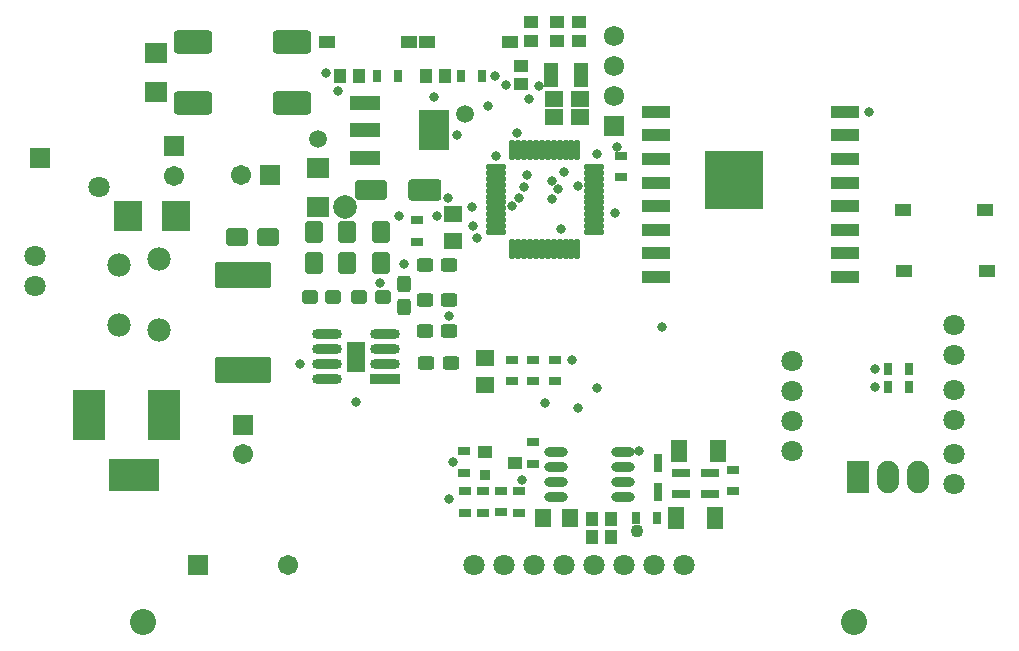
<source format=gts>
G04*
G04 #@! TF.GenerationSoftware,Altium Limited,Altium Designer,23.6.0 (18)*
G04*
G04 Layer_Color=8388736*
%FSLAX44Y44*%
%MOMM*%
G71*
G04*
G04 #@! TF.SameCoordinates,157544A1-0EA0-4F56-A15C-28E52037D784*
G04*
G04*
G04 #@! TF.FilePolarity,Negative*
G04*
G01*
G75*
%ADD36C,2.0000*%
%ADD43R,0.9500X0.9000*%
G04:AMPARAMS|DCode=50|XSize=2.794mm|YSize=1.8mm|CornerRadius=0.225mm|HoleSize=0mm|Usage=FLASHONLY|Rotation=180.000|XOffset=0mm|YOffset=0mm|HoleType=Round|Shape=RoundedRectangle|*
%AMROUNDEDRECTD50*
21,1,2.7940,1.3500,0,0,180.0*
21,1,2.3440,1.8000,0,0,180.0*
1,1,0.4500,-1.1720,0.6750*
1,1,0.4500,1.1720,0.6750*
1,1,0.4500,1.1720,-0.6750*
1,1,0.4500,-1.1720,-0.6750*
%
%ADD50ROUNDEDRECTD50*%
%ADD56C,1.5000*%
G04:AMPARAMS|DCode=59|XSize=0.4832mm|YSize=1.7632mm|CornerRadius=0.1716mm|HoleSize=0mm|Usage=FLASHONLY|Rotation=0.000|XOffset=0mm|YOffset=0mm|HoleType=Round|Shape=RoundedRectangle|*
%AMROUNDEDRECTD59*
21,1,0.4832,1.4200,0,0,0.0*
21,1,0.1400,1.7632,0,0,0.0*
1,1,0.3432,0.0700,-0.7100*
1,1,0.3432,-0.0700,-0.7100*
1,1,0.3432,-0.0700,0.7100*
1,1,0.3432,0.0700,0.7100*
%
%ADD59ROUNDEDRECTD59*%
G04:AMPARAMS|DCode=60|XSize=0.4832mm|YSize=1.7632mm|CornerRadius=0.1716mm|HoleSize=0mm|Usage=FLASHONLY|Rotation=270.000|XOffset=0mm|YOffset=0mm|HoleType=Round|Shape=RoundedRectangle|*
%AMROUNDEDRECTD60*
21,1,0.4832,1.4200,0,0,270.0*
21,1,0.1400,1.7632,0,0,270.0*
1,1,0.3432,-0.7100,-0.0700*
1,1,0.3432,-0.7100,0.0700*
1,1,0.3432,0.7100,0.0700*
1,1,0.3432,0.7100,-0.0700*
%
%ADD60ROUNDEDRECTD60*%
%ADD61R,1.1032X0.8032*%
%ADD62R,2.4032X1.1032*%
%ADD63R,4.9032X4.9032*%
%ADD64R,1.6032X1.4032*%
%ADD65R,0.8032X1.1032*%
%ADD66R,1.1032X1.2032*%
%ADD67R,1.4032X1.0032*%
%ADD68O,2.0032X0.8032*%
G04:AMPARAMS|DCode=69|XSize=1.1032mm|YSize=1.4032mm|CornerRadius=0.2141mm|HoleSize=0mm|Usage=FLASHONLY|Rotation=90.000|XOffset=0mm|YOffset=0mm|HoleType=Round|Shape=RoundedRectangle|*
%AMROUNDEDRECTD69*
21,1,1.1032,0.9750,0,0,90.0*
21,1,0.6750,1.4032,0,0,90.0*
1,1,0.4282,0.4875,0.3375*
1,1,0.4282,0.4875,-0.3375*
1,1,0.4282,-0.4875,-0.3375*
1,1,0.4282,-0.4875,0.3375*
%
%ADD69ROUNDEDRECTD69*%
%ADD70R,2.5531X0.8221*%
G04:AMPARAMS|DCode=71|XSize=2.5531mm|YSize=0.8221mm|CornerRadius=0.4111mm|HoleSize=0mm|Usage=FLASHONLY|Rotation=180.000|XOffset=0mm|YOffset=0mm|HoleType=Round|Shape=RoundedRectangle|*
%AMROUNDEDRECTD71*
21,1,2.5531,0.0000,0,0,180.0*
21,1,1.7310,0.8221,0,0,180.0*
1,1,0.8221,-0.8655,0.0000*
1,1,0.8221,0.8655,0.0000*
1,1,0.8221,0.8655,0.0000*
1,1,0.8221,-0.8655,0.0000*
%
%ADD71ROUNDEDRECTD71*%
%ADD72R,1.5000X2.5000*%
G04:AMPARAMS|DCode=73|XSize=1.5532mm|YSize=1.8232mm|CornerRadius=0.2704mm|HoleSize=0mm|Usage=FLASHONLY|Rotation=90.000|XOffset=0mm|YOffset=0mm|HoleType=Round|Shape=RoundedRectangle|*
%AMROUNDEDRECTD73*
21,1,1.5532,1.2825,0,0,90.0*
21,1,1.0125,1.8232,0,0,90.0*
1,1,0.5407,0.6413,0.5063*
1,1,0.5407,0.6413,-0.5063*
1,1,0.5407,-0.6413,-0.5063*
1,1,0.5407,-0.6413,0.5063*
%
%ADD73ROUNDEDRECTD73*%
%ADD74R,1.2032X2.0032*%
%ADD75R,1.2032X1.1032*%
%ADD76R,1.4732X1.8542*%
%ADD77R,1.1532X1.1032*%
%ADD78R,1.5532X0.7532*%
%ADD79R,0.7532X1.5532*%
%ADD80R,2.4892X2.5032*%
%ADD81R,1.6002X1.4732*%
%ADD82R,1.8542X1.7272*%
G04:AMPARAMS|DCode=83|XSize=1.5532mm|YSize=1.8232mm|CornerRadius=0.2704mm|HoleSize=0mm|Usage=FLASHONLY|Rotation=180.000|XOffset=0mm|YOffset=0mm|HoleType=Round|Shape=RoundedRectangle|*
%AMROUNDEDRECTD83*
21,1,1.5532,1.2825,0,0,180.0*
21,1,1.0125,1.8232,0,0,180.0*
1,1,0.5407,-0.5063,0.6413*
1,1,0.5407,0.5063,0.6413*
1,1,0.5407,0.5063,-0.6413*
1,1,0.5407,-0.5063,-0.6413*
%
%ADD83ROUNDEDRECTD83*%
G04:AMPARAMS|DCode=84|XSize=2.6924mm|YSize=1.6984mm|CornerRadius=0.1742mm|HoleSize=0mm|Usage=FLASHONLY|Rotation=180.000|XOffset=0mm|YOffset=0mm|HoleType=Round|Shape=RoundedRectangle|*
%AMROUNDEDRECTD84*
21,1,2.6924,1.3500,0,0,180.0*
21,1,2.3440,1.6984,0,0,180.0*
1,1,0.3484,-1.1720,0.6750*
1,1,0.3484,1.1720,0.6750*
1,1,0.3484,1.1720,-0.6750*
1,1,0.3484,-1.1720,-0.6750*
%
%ADD84ROUNDEDRECTD84*%
%ADD85R,2.6032X1.2032*%
%ADD86R,2.6032X3.5032*%
G04:AMPARAMS|DCode=87|XSize=2.1968mm|YSize=4.7968mm|CornerRadius=0.1984mm|HoleSize=0mm|Usage=FLASHONLY|Rotation=90.000|XOffset=0mm|YOffset=0mm|HoleType=Round|Shape=RoundedRectangle|*
%AMROUNDEDRECTD87*
21,1,2.1968,4.4000,0,0,90.0*
21,1,1.8000,4.7968,0,0,90.0*
1,1,0.3968,2.2000,0.9000*
1,1,0.3968,2.2000,-0.9000*
1,1,0.3968,-2.2000,-0.9000*
1,1,0.3968,-2.2000,0.9000*
%
%ADD87ROUNDEDRECTD87*%
%ADD88R,1.4732X1.6002*%
G04:AMPARAMS|DCode=89|XSize=1.1032mm|YSize=1.3732mm|CornerRadius=0.2141mm|HoleSize=0mm|Usage=FLASHONLY|Rotation=90.000|XOffset=0mm|YOffset=0mm|HoleType=Round|Shape=RoundedRectangle|*
%AMROUNDEDRECTD89*
21,1,1.1032,0.9450,0,0,90.0*
21,1,0.6750,1.3732,0,0,90.0*
1,1,0.4282,0.4725,0.3375*
1,1,0.4282,0.4725,-0.3375*
1,1,0.4282,-0.4725,-0.3375*
1,1,0.4282,-0.4725,0.3375*
%
%ADD89ROUNDEDRECTD89*%
G04:AMPARAMS|DCode=90|XSize=3.2512mm|YSize=2.0032mm|CornerRadius=0.3266mm|HoleSize=0mm|Usage=FLASHONLY|Rotation=0.000|XOffset=0mm|YOffset=0mm|HoleType=Round|Shape=RoundedRectangle|*
%AMROUNDEDRECTD90*
21,1,3.2512,1.3500,0,0,0.0*
21,1,2.5980,2.0032,0,0,0.0*
1,1,0.6532,1.2990,-0.6750*
1,1,0.6532,-1.2990,-0.6750*
1,1,0.6532,-1.2990,0.6750*
1,1,0.6532,1.2990,0.6750*
%
%ADD90ROUNDEDRECTD90*%
G04:AMPARAMS|DCode=91|XSize=1.1032mm|YSize=1.3732mm|CornerRadius=0.2141mm|HoleSize=0mm|Usage=FLASHONLY|Rotation=180.000|XOffset=0mm|YOffset=0mm|HoleType=Round|Shape=RoundedRectangle|*
%AMROUNDEDRECTD91*
21,1,1.1032,0.9450,0,0,180.0*
21,1,0.6750,1.3732,0,0,180.0*
1,1,0.4282,-0.3375,0.4725*
1,1,0.4282,0.3375,0.4725*
1,1,0.4282,0.3375,-0.4725*
1,1,0.4282,-0.3375,-0.4725*
%
%ADD91ROUNDEDRECTD91*%
%ADD92O,1.8542X2.7432*%
%ADD93R,1.8542X2.7432*%
%ADD94C,1.8000*%
%ADD95C,2.2032*%
%ADD96R,1.7032X1.7032*%
%ADD97C,1.7032*%
%ADD98R,4.2672X2.7432*%
%ADD99R,2.7432X4.2672*%
%ADD100C,1.9812*%
%ADD101R,1.7032X1.7032*%
%ADD102R,1.8000X1.8000*%
%ADD103R,1.7232X1.7232*%
%ADD104C,1.7232*%
%ADD105C,0.8032*%
%ADD106C,1.1032*%
D36*
X294640Y260350D02*
D03*
D43*
X412950Y33680D02*
D03*
D50*
X361696Y274320D02*
D03*
D56*
X396240Y339090D02*
D03*
X271780Y317500D02*
D03*
D59*
X491050Y308500D02*
D03*
X486050D02*
D03*
X481050D02*
D03*
X476050D02*
D03*
X471050D02*
D03*
X466050D02*
D03*
X461050D02*
D03*
X456050D02*
D03*
X451050D02*
D03*
X446050D02*
D03*
X441050D02*
D03*
X436050D02*
D03*
Y224900D02*
D03*
X441050D02*
D03*
X446050D02*
D03*
X451050D02*
D03*
X456050D02*
D03*
X461050D02*
D03*
X466050D02*
D03*
X471050D02*
D03*
X476050D02*
D03*
X481050D02*
D03*
X486050D02*
D03*
X491050D02*
D03*
D60*
X421750Y294200D02*
D03*
Y289200D02*
D03*
Y284200D02*
D03*
Y279200D02*
D03*
Y274200D02*
D03*
Y269200D02*
D03*
Y264200D02*
D03*
Y259200D02*
D03*
Y254200D02*
D03*
Y249200D02*
D03*
Y244200D02*
D03*
Y239200D02*
D03*
X505350D02*
D03*
Y244200D02*
D03*
Y249200D02*
D03*
Y254200D02*
D03*
Y259200D02*
D03*
Y264200D02*
D03*
Y269200D02*
D03*
Y274200D02*
D03*
Y279200D02*
D03*
Y284200D02*
D03*
Y289200D02*
D03*
Y294200D02*
D03*
D61*
X453389Y131188D02*
D03*
X453390Y113029D02*
D03*
X472441Y112652D02*
D03*
X472440Y130811D02*
D03*
X435610Y113029D02*
D03*
X435609Y131188D02*
D03*
X528319Y303908D02*
D03*
X528320Y285749D02*
D03*
X395632Y19836D02*
D03*
X395633Y1677D02*
D03*
X410872Y19836D02*
D03*
X410873Y1677D02*
D03*
X426112Y2054D02*
D03*
X426111Y20213D02*
D03*
X394971Y35182D02*
D03*
X394970Y53341D02*
D03*
X355600Y248921D02*
D03*
X355601Y230762D02*
D03*
X441352Y19836D02*
D03*
X441353Y1677D02*
D03*
X622961Y37994D02*
D03*
X622962Y19835D02*
D03*
X453390Y60961D02*
D03*
X453391Y42802D02*
D03*
D62*
X557540Y200990D02*
D03*
Y220990D02*
D03*
Y240990D02*
D03*
Y260990D02*
D03*
Y280990D02*
D03*
Y300990D02*
D03*
Y320990D02*
D03*
Y340990D02*
D03*
X717540Y200990D02*
D03*
Y220990D02*
D03*
Y240990D02*
D03*
Y260990D02*
D03*
Y280990D02*
D03*
Y300990D02*
D03*
Y320990D02*
D03*
Y340990D02*
D03*
D63*
X624040Y283490D02*
D03*
D64*
X493600Y336170D02*
D03*
X471600D02*
D03*
Y352170D02*
D03*
X493600D02*
D03*
D65*
X321309Y370840D02*
D03*
X339468Y370841D02*
D03*
X754002Y107949D02*
D03*
X772161Y107950D02*
D03*
Y123190D02*
D03*
X754002Y123189D02*
D03*
X410588Y370841D02*
D03*
X392429Y370840D02*
D03*
X558570Y-3024D02*
D03*
X540411Y-3025D02*
D03*
D66*
X306450Y370840D02*
D03*
X290450D02*
D03*
X503810Y-19050D02*
D03*
X519810D02*
D03*
X362840Y370840D02*
D03*
X378840D02*
D03*
X519810Y-3810D02*
D03*
X503810D02*
D03*
D67*
X348690Y400050D02*
D03*
X278690D02*
D03*
X363780D02*
D03*
X433780D02*
D03*
X767640Y205740D02*
D03*
X837640D02*
D03*
X766370Y257810D02*
D03*
X836370D02*
D03*
D68*
X472792Y52855D02*
D03*
Y40155D02*
D03*
Y27455D02*
D03*
Y14755D02*
D03*
X529292Y52855D02*
D03*
Y40155D02*
D03*
Y27455D02*
D03*
Y14755D02*
D03*
D69*
X383794Y128270D02*
D03*
X362966D02*
D03*
X361696Y154940D02*
D03*
X382524Y154940D02*
D03*
X361696Y210820D02*
D03*
X382524D02*
D03*
Y181610D02*
D03*
X361696D02*
D03*
D70*
X328296Y114300D02*
D03*
D71*
Y127000D02*
D03*
Y139700D02*
D03*
Y152400D02*
D03*
X278764D02*
D03*
Y139700D02*
D03*
Y127000D02*
D03*
Y114300D02*
D03*
D72*
X303530Y133350D02*
D03*
D73*
X202946Y234950D02*
D03*
X228854D02*
D03*
D74*
X468830Y372110D02*
D03*
X493830D02*
D03*
D75*
X492760Y400940D02*
D03*
Y416940D02*
D03*
X473710Y416940D02*
D03*
Y400940D02*
D03*
X452120Y400940D02*
D03*
Y416940D02*
D03*
X443230Y364110D02*
D03*
Y380110D02*
D03*
D76*
X607722Y-3026D02*
D03*
X574702Y-3026D02*
D03*
X610262Y54124D02*
D03*
X577242Y54124D02*
D03*
D77*
X437950Y43180D02*
D03*
X412950Y52680D02*
D03*
D78*
X578962Y17295D02*
D03*
X603462D02*
D03*
X578962Y35075D02*
D03*
X603462D02*
D03*
D79*
X559462Y43515D02*
D03*
Y19015D02*
D03*
D80*
X110490Y252730D02*
D03*
X151130D02*
D03*
D81*
X412750Y132080D02*
D03*
Y109220D02*
D03*
X386080Y254000D02*
D03*
Y231140D02*
D03*
D82*
X271780Y293625D02*
D03*
Y260605D02*
D03*
X134012Y357910D02*
D03*
Y390930D02*
D03*
D83*
X325120Y239014D02*
D03*
Y213106D02*
D03*
X295910Y213106D02*
D03*
Y239014D02*
D03*
X267970D02*
D03*
Y213106D02*
D03*
D84*
X316484Y274320D02*
D03*
D85*
X311360Y348120D02*
D03*
X311360Y325120D02*
D03*
X311360Y302120D02*
D03*
D86*
X369360Y325120D02*
D03*
D87*
X208280Y203060D02*
D03*
Y122060D02*
D03*
D88*
X461672Y-3025D02*
D03*
X484532D02*
D03*
D89*
X284226Y184150D02*
D03*
X264414D02*
D03*
X306324D02*
D03*
X326136D02*
D03*
D90*
X165582Y399665D02*
D03*
Y348665D02*
D03*
X249762Y399665D02*
D03*
Y348665D02*
D03*
D91*
X344170Y175514D02*
D03*
Y195326D02*
D03*
D92*
X779780Y31750D02*
D03*
X754380D02*
D03*
D93*
X728980D02*
D03*
D94*
X403860Y-43180D02*
D03*
X429260D02*
D03*
X454660D02*
D03*
X480060D02*
D03*
X505460D02*
D03*
X530860D02*
D03*
X556260D02*
D03*
X581660D02*
D03*
X31750Y193040D02*
D03*
Y218440D02*
D03*
X810260Y25400D02*
D03*
Y50800D02*
D03*
Y80010D02*
D03*
Y105410D02*
D03*
Y160020D02*
D03*
Y134620D02*
D03*
X673100Y129540D02*
D03*
Y104140D02*
D03*
Y78740D02*
D03*
Y53340D02*
D03*
X86210Y277113D02*
D03*
D95*
X725170Y-91440D02*
D03*
X123190D02*
D03*
D96*
X170180Y-43180D02*
D03*
X230940Y287020D02*
D03*
D97*
X246380Y-43053D02*
D03*
X149252Y286535D02*
D03*
X208280Y51000D02*
D03*
X205940Y287020D02*
D03*
D98*
X115570Y33020D02*
D03*
D99*
X77470Y83820D02*
D03*
X140970D02*
D03*
D100*
X102870Y160020D02*
D03*
Y210820D02*
D03*
X137160Y215900D02*
D03*
Y156210D02*
D03*
D101*
X149252Y311935D02*
D03*
X208280Y76000D02*
D03*
D102*
X35710Y302007D02*
D03*
D103*
X521970Y328930D02*
D03*
D104*
Y354330D02*
D03*
Y379730D02*
D03*
Y405130D02*
D03*
D105*
X436001Y261195D02*
D03*
X441200Y267970D02*
D03*
X445740Y276860D02*
D03*
X448310Y287020D02*
D03*
X469632Y282208D02*
D03*
X474800Y275410D02*
D03*
X469900Y266700D02*
D03*
X486410Y130810D02*
D03*
X463550Y93980D02*
D03*
X382270Y12700D02*
D03*
X406400Y233680D02*
D03*
X477520Y241300D02*
D03*
X522990Y255020D02*
D03*
X562610Y158750D02*
D03*
X444500Y29210D02*
D03*
X491738Y90418D02*
D03*
X508000Y106680D02*
D03*
Y304800D02*
D03*
X288290Y358140D02*
D03*
X389048Y320882D02*
D03*
X421819Y303710D02*
D03*
X421640Y370840D02*
D03*
X449770Y351980D02*
D03*
X458310Y362640D02*
D03*
X479854Y289560D02*
D03*
X369570Y353060D02*
D03*
X524700Y311150D02*
D03*
X278130Y373380D02*
D03*
X430530Y363220D02*
D03*
X402590Y243840D02*
D03*
X381206Y267764D02*
D03*
X401835Y259954D02*
D03*
X344170Y212090D02*
D03*
X372180Y252540D02*
D03*
X491477Y277937D02*
D03*
X415290Y345440D02*
D03*
X439510Y323401D02*
D03*
X386080Y44450D02*
D03*
X382270Y167640D02*
D03*
X737870Y340360D02*
D03*
X742950Y123190D02*
D03*
Y107950D02*
D03*
X303530Y95250D02*
D03*
X323850Y195580D02*
D03*
X340360Y252540D02*
D03*
X543560Y53340D02*
D03*
X255900Y127000D02*
D03*
D106*
X541210Y-13970D02*
D03*
M02*

</source>
